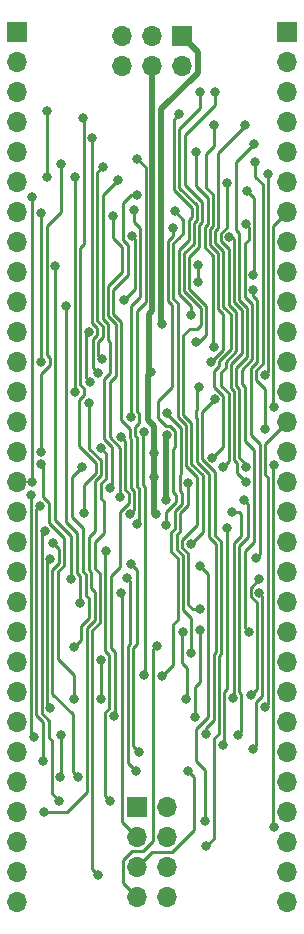
<source format=gbr>
%TF.GenerationSoftware,KiCad,Pcbnew,7.0.6-0*%
%TF.CreationDate,2023-07-25T21:46:34-07:00*%
%TF.ProjectId,84CP02,38344350-3032-42e6-9b69-6361645f7063,rev?*%
%TF.SameCoordinates,Original*%
%TF.FileFunction,Copper,L4,Bot*%
%TF.FilePolarity,Positive*%
%FSLAX46Y46*%
G04 Gerber Fmt 4.6, Leading zero omitted, Abs format (unit mm)*
G04 Created by KiCad (PCBNEW 7.0.6-0) date 2023-07-25 21:46:34*
%MOMM*%
%LPD*%
G01*
G04 APERTURE LIST*
%TA.AperFunction,ComponentPad*%
%ADD10R,1.700000X1.700000*%
%TD*%
%TA.AperFunction,ComponentPad*%
%ADD11O,1.700000X1.700000*%
%TD*%
%TA.AperFunction,ViaPad*%
%ADD12C,0.800000*%
%TD*%
%TA.AperFunction,Conductor*%
%ADD13C,0.500000*%
%TD*%
%TA.AperFunction,Conductor*%
%ADD14C,0.250000*%
%TD*%
G04 APERTURE END LIST*
D10*
%TO.P,J3,1,Pin_1*%
%TO.N,Net-(J3-Pin_1)*%
X145796000Y-122174000D03*
D11*
%TO.P,J3,2,Pin_2*%
%TO.N,GND*%
X148336000Y-122174000D03*
%TO.P,J3,3,Pin_3*%
%TO.N,Net-(J3-Pin_3)*%
X145796000Y-124714000D03*
%TO.P,J3,4,Pin_4*%
%TO.N,GND*%
X148336000Y-124714000D03*
%TO.P,J3,5,Pin_5*%
%TO.N,Net-(J3-Pin_5)*%
X145796000Y-127254000D03*
%TO.P,J3,6,Pin_6*%
%TO.N,GND*%
X148336000Y-127254000D03*
%TO.P,J3,7,Pin_7*%
%TO.N,Net-(J3-Pin_7)*%
X145796000Y-129794000D03*
%TO.P,J3,8,Pin_8*%
%TO.N,GND*%
X148336000Y-129794000D03*
%TD*%
D10*
%TO.P,J4,1,Pin_1*%
%TO.N,VCC*%
X149606000Y-56896000D03*
D11*
%TO.P,J4,2,Pin_2*%
%TO.N,GND*%
X149606000Y-59436000D03*
%TO.P,J4,3,Pin_3*%
%TO.N,VCC*%
X147066000Y-56896000D03*
%TO.P,J4,4,Pin_4*%
%TO.N,GND*%
X147066000Y-59436000D03*
%TO.P,J4,5,Pin_5*%
%TO.N,VCC*%
X144526000Y-56896000D03*
%TO.P,J4,6,Pin_6*%
%TO.N,GND*%
X144526000Y-59436000D03*
%TD*%
D10*
%TO.P,J1,1,Pin_1*%
%TO.N,VCC*%
X135636000Y-56515000D03*
D11*
%TO.P,J1,2,Pin_2*%
X135636000Y-59055000D03*
%TO.P,J1,3,Pin_3*%
%TO.N,/J1-3*%
X135636000Y-61595000D03*
%TO.P,J1,4,Pin_4*%
%TO.N,/J1-4*%
X135636000Y-64135000D03*
%TO.P,J1,5,Pin_5*%
%TO.N,/J1-5*%
X135636000Y-66675000D03*
%TO.P,J1,6,Pin_6*%
%TO.N,/J1-6*%
X135636000Y-69215000D03*
%TO.P,J1,7,Pin_7*%
%TO.N,/J1-7*%
X135636000Y-71755000D03*
%TO.P,J1,8,Pin_8*%
%TO.N,/J1-8*%
X135636000Y-74295000D03*
%TO.P,J1,9,Pin_9*%
%TO.N,/J1-9*%
X135636000Y-76835000D03*
%TO.P,J1,10,Pin_10*%
%TO.N,/J1-10*%
X135636000Y-79375000D03*
%TO.P,J1,11,Pin_11*%
%TO.N,/J1-11*%
X135636000Y-81915000D03*
%TO.P,J1,12,Pin_12*%
%TO.N,/J1-12*%
X135636000Y-84455000D03*
%TO.P,J1,13,Pin_13*%
%TO.N,/J1-13*%
X135636000Y-86995000D03*
%TO.P,J1,14,Pin_14*%
%TO.N,/J1-14*%
X135636000Y-89535000D03*
%TO.P,J1,15,Pin_15*%
%TO.N,/J1-15*%
X135636000Y-92075000D03*
%TO.P,J1,16,Pin_16*%
%TO.N,/J1-16*%
X135636000Y-94615000D03*
%TO.P,J1,17,Pin_17*%
%TO.N,/J1-17*%
X135636000Y-97155000D03*
%TO.P,J1,18,Pin_18*%
%TO.N,/J1-18*%
X135636000Y-99695000D03*
%TO.P,J1,19,Pin_19*%
%TO.N,/J1-19*%
X135636000Y-102235000D03*
%TO.P,J1,20,Pin_20*%
%TO.N,/J1-20*%
X135636000Y-104775000D03*
%TO.P,J1,21,Pin_21*%
%TO.N,/J1-21*%
X135636000Y-107315000D03*
%TO.P,J1,22,Pin_22*%
%TO.N,/J1-22*%
X135636000Y-109855000D03*
%TO.P,J1,23,Pin_23*%
%TO.N,/J1-23*%
X135636000Y-112395000D03*
%TO.P,J1,24,Pin_24*%
%TO.N,/J1-24*%
X135636000Y-114935000D03*
%TO.P,J1,25,Pin_25*%
%TO.N,/J1-25*%
X135636000Y-117475000D03*
%TO.P,J1,26,Pin_26*%
%TO.N,/J1-26*%
X135636000Y-120015000D03*
%TO.P,J1,27,Pin_27*%
%TO.N,/J1-27*%
X135636000Y-122555000D03*
%TO.P,J1,28,Pin_28*%
%TO.N,/J1-28*%
X135636000Y-125095000D03*
%TO.P,J1,29,Pin_29*%
%TO.N,GND*%
X135636000Y-127635000D03*
%TO.P,J1,30,Pin_30*%
X135636000Y-130175000D03*
%TD*%
D10*
%TO.P,J2,1,Pin_1*%
%TO.N,VCC*%
X158496000Y-56515000D03*
D11*
%TO.P,J2,2,Pin_2*%
X158496000Y-59055000D03*
%TO.P,J2,3,Pin_3*%
%TO.N,/J2-3*%
X158496000Y-61595000D03*
%TO.P,J2,4,Pin_4*%
%TO.N,/J2-4*%
X158496000Y-64135000D03*
%TO.P,J2,5,Pin_5*%
%TO.N,/J2-5*%
X158496000Y-66675000D03*
%TO.P,J2,6,Pin_6*%
%TO.N,/J2-6*%
X158496000Y-69215000D03*
%TO.P,J2,7,Pin_7*%
%TO.N,/J2-7*%
X158496000Y-71755000D03*
%TO.P,J2,8,Pin_8*%
%TO.N,/J2-8*%
X158496000Y-74295000D03*
%TO.P,J2,9,Pin_9*%
%TO.N,/J2-9*%
X158496000Y-76835000D03*
%TO.P,J2,10,Pin_10*%
%TO.N,/J2-10*%
X158496000Y-79375000D03*
%TO.P,J2,11,Pin_11*%
%TO.N,/J2-11*%
X158496000Y-81915000D03*
%TO.P,J2,12,Pin_12*%
%TO.N,/J2-12*%
X158496000Y-84455000D03*
%TO.P,J2,13,Pin_13*%
%TO.N,/J2-13*%
X158496000Y-86995000D03*
%TO.P,J2,14,Pin_14*%
%TO.N,/J2-14*%
X158496000Y-89535000D03*
%TO.P,J2,15,Pin_15*%
%TO.N,/J2-15*%
X158496000Y-92075000D03*
%TO.P,J2,16,Pin_16*%
%TO.N,/J2-16*%
X158496000Y-94615000D03*
%TO.P,J2,17,Pin_17*%
%TO.N,/J2-17*%
X158496000Y-97155000D03*
%TO.P,J2,18,Pin_18*%
%TO.N,/J2-18*%
X158496000Y-99695000D03*
%TO.P,J2,19,Pin_19*%
%TO.N,/J2-19*%
X158496000Y-102235000D03*
%TO.P,J2,20,Pin_20*%
%TO.N,/J2-20*%
X158496000Y-104775000D03*
%TO.P,J2,21,Pin_21*%
%TO.N,/J2-21*%
X158496000Y-107315000D03*
%TO.P,J2,22,Pin_22*%
%TO.N,/J2-22*%
X158496000Y-109855000D03*
%TO.P,J2,23,Pin_23*%
%TO.N,/J2-23*%
X158496000Y-112395000D03*
%TO.P,J2,24,Pin_24*%
%TO.N,/J2-24*%
X158496000Y-114935000D03*
%TO.P,J2,25,Pin_25*%
%TO.N,/J2-25*%
X158496000Y-117475000D03*
%TO.P,J2,26,Pin_26*%
%TO.N,/J2-26*%
X158496000Y-120015000D03*
%TO.P,J2,27,Pin_27*%
%TO.N,/J2-27*%
X158496000Y-122555000D03*
%TO.P,J2,28,Pin_28*%
%TO.N,/J2-28*%
X158496000Y-125095000D03*
%TO.P,J2,29,Pin_29*%
%TO.N,GND*%
X158496000Y-127635000D03*
%TO.P,J2,30,Pin_30*%
X158496000Y-130175000D03*
%TD*%
D12*
%TO.N,VCC*%
X148296500Y-90638457D03*
X148259000Y-96139000D03*
X147915100Y-81248699D03*
%TO.N,GND*%
X147200149Y-92202000D03*
X146939000Y-85344000D03*
X147409500Y-97371500D03*
X147200149Y-94219702D03*
%TO.N,/J1-3*%
X151130000Y-61595000D03*
X150303409Y-99869225D03*
%TO.N,/J1-4*%
X152400000Y-61595000D03*
X150749000Y-82804000D03*
%TO.N,/J1-5*%
X154992500Y-93345000D03*
X155702000Y-66040000D03*
%TO.N,/J1-6*%
X141969500Y-65532000D03*
X142500897Y-85425897D03*
%TO.N,/J1-7*%
X138117497Y-68834000D03*
X152014559Y-84504255D03*
X138176000Y-63208500D03*
X152273000Y-64389000D03*
%TO.N,/J1-8*%
X148973902Y-71717500D03*
X151092728Y-105410000D03*
%TO.N,/J1-9*%
X143764000Y-72136000D03*
X144336000Y-95885000D03*
%TO.N,/J1-10*%
X148259000Y-98298000D03*
X148844000Y-73152000D03*
%TO.N,/J1-11*%
X141694500Y-81915000D03*
X141776397Y-86150397D03*
%TO.N,/J1-12*%
X137668000Y-84455000D03*
X137630500Y-71827451D03*
X153035000Y-93345000D03*
X153416000Y-69342000D03*
%TO.N,/J1-15*%
X139319000Y-67691000D03*
X145750649Y-98173856D03*
X145796000Y-67272500D03*
X137630500Y-92075000D03*
%TO.N,/J1-16*%
X136906000Y-94615000D03*
X136906000Y-70485000D03*
X152250640Y-83194574D03*
X150749000Y-66727000D03*
%TO.N,/J1-17*%
X150674586Y-114554000D03*
X138436000Y-101150503D03*
X151092728Y-107150500D03*
X138435500Y-113740000D03*
%TO.N,/J1-18*%
X150927500Y-76237500D03*
X140208000Y-102870000D03*
X150927500Y-77686500D03*
X138842500Y-76327000D03*
%TO.N,/J1-19*%
X140970000Y-104902000D03*
X139795500Y-79756000D03*
%TO.N,/J1-20*%
X148347136Y-88773000D03*
X147885500Y-111050736D03*
%TO.N,/J1-21*%
X153797000Y-97155000D03*
X153892228Y-112927932D03*
%TO.N,/J1-22*%
X149643500Y-107315000D03*
X149897500Y-112972745D03*
%TO.N,/J1-23*%
X140462000Y-113015500D03*
X137630500Y-93074503D03*
%TO.N,/J1-24*%
X154305000Y-116078000D03*
X154813000Y-96139000D03*
%TO.N,/J1-25*%
X145288000Y-101600000D03*
X145923000Y-117475000D03*
%TO.N,/J1-26*%
X139263748Y-119578748D03*
X139319000Y-116025500D03*
X153416000Y-98552000D03*
X153055500Y-116877500D03*
%TO.N,/J1-27*%
X141694500Y-87965589D03*
X137922000Y-122555000D03*
%TO.N,/J1-28*%
X152362500Y-87630000D03*
X151638000Y-125476000D03*
%TO.N,/J2-3*%
X149352000Y-63500000D03*
X150368000Y-80518000D03*
%TO.N,/J2-4*%
X154940000Y-64389000D03*
X152152393Y-92576607D03*
%TO.N,/J2-5*%
X141245609Y-97290743D03*
X141224000Y-63843500D03*
%TO.N,/J2-6*%
X143463373Y-95178226D03*
X144145000Y-69088000D03*
%TO.N,/J2-7*%
X157353000Y-88265000D03*
%TO.N,/J2-8*%
X145235500Y-89142048D03*
X145542000Y-71628000D03*
%TO.N,/J2-11*%
X155613000Y-78359000D03*
X155829000Y-101092000D03*
%TO.N,/J2-12*%
X145766500Y-70358000D03*
X155613000Y-77089000D03*
X155067000Y-69977000D03*
X145187629Y-97308629D03*
%TO.N,/J2-13*%
X140520000Y-86995000D03*
X140520500Y-68834000D03*
X156840701Y-68584299D03*
X156596000Y-85598000D03*
%TO.N,/J2-14*%
X142694541Y-113015500D03*
X156595500Y-113652432D03*
X142695541Y-109728000D03*
%TO.N,/J2-15*%
X151548500Y-123317000D03*
X157353000Y-123825000D03*
X151130966Y-101727967D03*
X157353000Y-93218000D03*
%TO.N,/J2-16*%
X155791500Y-67534484D03*
X156574199Y-90164700D03*
X142875000Y-67945000D03*
X142785479Y-84218205D03*
%TO.N,/J2-17*%
X153566049Y-73912926D03*
X145316500Y-73854000D03*
X144653000Y-79248000D03*
X154993000Y-94622792D03*
%TO.N,/J2-18*%
X146393500Y-110998000D03*
X156120500Y-102870000D03*
X146335500Y-90404355D03*
X155422431Y-112649000D03*
%TO.N,/J2-19*%
X137082963Y-116205000D03*
X136779000Y-95758000D03*
X155575000Y-117221000D03*
X156120500Y-104013000D03*
%TO.N,/J2-21*%
X155220500Y-107315000D03*
X154981051Y-72771000D03*
%TO.N,/J2-22*%
X140466299Y-108580701D03*
X141097000Y-93349997D03*
%TO.N,/J2-23*%
X144412950Y-90791050D03*
X143795500Y-114464500D03*
%TO.N,/J2-24*%
X151638000Y-115977500D03*
X151034000Y-86610294D03*
%TO.N,/J2-25*%
X137541000Y-96651983D03*
X137807463Y-118237000D03*
%TO.N,/J2-26*%
X138684000Y-99822000D03*
X140795541Y-119634000D03*
%TO.N,/J2-27*%
X137985500Y-98798553D03*
X139192000Y-121666000D03*
%TO.N,/J2-28*%
X142494000Y-127889000D03*
X142688800Y-91753200D03*
%TO.N,Net-(J3-Pin_1)*%
X143510000Y-121666000D03*
X143148400Y-100457000D03*
%TO.N,Net-(J3-Pin_3)*%
X144399000Y-104013000D03*
%TO.N,Net-(J3-Pin_5)*%
X145669000Y-119126000D03*
X150114000Y-119126000D03*
X144907000Y-102743000D03*
%TO.N,Net-(J3-Pin_7)*%
X150114000Y-94742000D03*
X147472400Y-108483400D03*
X150368228Y-109093000D03*
%TD*%
D13*
%TO.N,VCC*%
X147828000Y-63052478D02*
X150906000Y-59974478D01*
X147828000Y-81161599D02*
X147828000Y-63052478D01*
X150906000Y-58196000D02*
X149606000Y-56896000D01*
D14*
X148259000Y-90675957D02*
X148296500Y-90638457D01*
D13*
X150906000Y-59974478D02*
X150906000Y-58196000D01*
X148259000Y-96139000D02*
X148259000Y-90675957D01*
X147915100Y-81248699D02*
X147828000Y-81161599D01*
%TO.N,GND*%
X146685000Y-89408000D02*
X146685000Y-85598000D01*
X147200149Y-94219702D02*
X147200149Y-92202000D01*
X146812000Y-80391000D02*
X147066000Y-80137000D01*
X147193000Y-97155000D02*
X147409500Y-97371500D01*
X147066000Y-80137000D02*
X147066000Y-59436000D01*
X147200149Y-92202000D02*
X147200149Y-89923149D01*
X147193000Y-94226851D02*
X147193000Y-97155000D01*
X146685000Y-85598000D02*
X146939000Y-85344000D01*
X147200149Y-94219702D02*
X147193000Y-94226851D01*
X146939000Y-85344000D02*
X146812000Y-85217000D01*
X146812000Y-85217000D02*
X146812000Y-80391000D01*
X147200149Y-89923149D02*
X146685000Y-89408000D01*
D14*
%TO.N,/J1-3*%
X150241000Y-81661000D02*
X149675000Y-82227000D01*
X149675000Y-88969568D02*
X150371500Y-89666068D01*
X151130000Y-61595000D02*
X151130000Y-62992000D01*
X150854000Y-72418397D02*
X150591049Y-72681348D01*
X150876000Y-81661000D02*
X150241000Y-81661000D01*
X149352000Y-64770000D02*
X149352000Y-69723000D01*
X150371500Y-89666068D02*
X150371500Y-93093104D01*
X150591049Y-74452951D02*
X149753000Y-75291000D01*
X150854000Y-71225000D02*
X150854000Y-72418397D01*
X151188000Y-81349000D02*
X150876000Y-81661000D01*
X151188000Y-79942396D02*
X151188000Y-81349000D01*
X150591049Y-72681348D02*
X150591049Y-74452951D01*
X149675000Y-82227000D02*
X149675000Y-88969568D01*
X149352000Y-69723000D02*
X150854000Y-71225000D01*
X149753000Y-78507396D02*
X151188000Y-79942396D01*
X149753000Y-75291000D02*
X149753000Y-78507396D01*
X150371500Y-93093104D02*
X151326000Y-94047604D01*
X151326000Y-94047604D02*
X151326000Y-98846634D01*
X151130000Y-62992000D02*
X149352000Y-64770000D01*
X151326000Y-98846634D02*
X150303409Y-99869225D01*
%TO.N,/J1-4*%
X151304000Y-72604793D02*
X151041049Y-72867744D01*
X151304000Y-70913000D02*
X151304000Y-72604793D01*
X151003000Y-82804000D02*
X150749000Y-82804000D01*
X150203000Y-78321000D02*
X151638000Y-79756000D01*
X151041049Y-74764951D02*
X150203000Y-75603000D01*
X149860000Y-69469000D02*
X151304000Y-70913000D01*
X152400000Y-62738000D02*
X149860000Y-65278000D01*
X152400000Y-61595000D02*
X152400000Y-62738000D01*
X149860000Y-65278000D02*
X149860000Y-69469000D01*
X151638000Y-79756000D02*
X151638000Y-82169000D01*
X151638000Y-82169000D02*
X151003000Y-82804000D01*
X150203000Y-75603000D02*
X150203000Y-78321000D01*
X151041049Y-72867744D02*
X151041049Y-74764951D01*
%TO.N,/J1-5*%
X154189000Y-86511344D02*
X154189000Y-84947812D01*
X154992500Y-93132799D02*
X154437500Y-92577799D01*
X154992500Y-93345000D02*
X154992500Y-93132799D01*
X154189000Y-84947812D02*
X155071000Y-84065812D01*
X154438500Y-73539500D02*
X154178000Y-73279000D01*
X154178000Y-73279000D02*
X154178000Y-67564000D01*
X154437500Y-92577799D02*
X154437500Y-86759844D01*
X154438500Y-79254500D02*
X154438500Y-73539500D01*
X154178000Y-67564000D02*
X155702000Y-66040000D01*
X155071000Y-84065812D02*
X155071000Y-79887000D01*
X154437500Y-86759844D02*
X154189000Y-86511344D01*
X155071000Y-79887000D02*
X154438500Y-79254500D01*
%TO.N,/J1-6*%
X142060479Y-82574326D02*
X142060479Y-84985479D01*
X142419500Y-81614695D02*
X142419500Y-82215305D01*
X142060479Y-84985479D02*
X142500897Y-85425897D01*
X141969500Y-65532000D02*
X141969500Y-81190000D01*
X141994805Y-81190000D02*
X142419500Y-81614695D01*
X141969500Y-81190000D02*
X141994805Y-81190000D01*
X142419500Y-82215305D02*
X142060479Y-82574326D01*
%TO.N,/J1-7*%
X152014559Y-84455253D02*
X152014559Y-84504255D01*
X153035000Y-83434812D02*
X152014559Y-84455253D01*
X152638500Y-80000084D02*
X153035000Y-80396584D01*
X153035000Y-80396584D02*
X153035000Y-83434812D01*
X152273000Y-66228305D02*
X151638000Y-66863305D01*
X151941049Y-73240536D02*
X151941049Y-74586023D01*
X151941049Y-74586023D02*
X152638500Y-75283474D01*
X151638000Y-69723000D02*
X152204000Y-70289000D01*
X152273000Y-64389000D02*
X152273000Y-66228305D01*
X138176000Y-63208500D02*
X138176000Y-68775497D01*
X152204000Y-72977585D02*
X151941049Y-73240536D01*
X152204000Y-70289000D02*
X152204000Y-72977585D01*
X138176000Y-68775497D02*
X138117497Y-68834000D01*
X151638000Y-66863305D02*
X151638000Y-69723000D01*
X152638500Y-75283474D02*
X152638500Y-80000084D01*
%TO.N,/J1-8*%
X150876000Y-98268834D02*
X150876000Y-94234000D01*
X149577514Y-100167930D02*
X149577514Y-99567320D01*
X148853000Y-74414396D02*
X149294000Y-73973396D01*
X150876000Y-94234000D02*
X149921500Y-93279500D01*
X148853000Y-79130000D02*
X148853000Y-74414396D01*
X151092728Y-105410000D02*
X150495000Y-105410000D01*
X150114000Y-105029000D02*
X150114000Y-100704416D01*
X149921500Y-93279500D02*
X149921500Y-89852464D01*
X149691049Y-73574951D02*
X149691049Y-72434647D01*
X149294000Y-73973396D02*
X149294000Y-73972000D01*
X149921500Y-89852464D02*
X149225000Y-89155964D01*
X150114000Y-100704416D02*
X149577514Y-100167930D01*
X149225000Y-79502000D02*
X148853000Y-79130000D01*
X150495000Y-105410000D02*
X150114000Y-105029000D01*
X149294000Y-73972000D02*
X149691049Y-73574951D01*
X149225000Y-89155964D02*
X149225000Y-79502000D01*
X149691049Y-72434647D02*
X148973902Y-71717500D01*
X149577514Y-99567320D02*
X150876000Y-98268834D01*
%TO.N,/J1-9*%
X143452000Y-86136495D02*
X143452000Y-90854699D01*
X144526000Y-74725201D02*
X144526000Y-76835000D01*
X143960479Y-81246486D02*
X143960479Y-85628016D01*
X143325000Y-80611007D02*
X143960479Y-81246486D01*
X143960479Y-85628016D02*
X143452000Y-86136495D01*
X144336000Y-91738699D02*
X144336000Y-95885000D01*
X143764000Y-72136000D02*
X143764000Y-73963201D01*
X143452000Y-90854699D02*
X144336000Y-91738699D01*
X143764000Y-73963201D02*
X144526000Y-74725201D01*
X143325000Y-78036000D02*
X143325000Y-80611007D01*
X144526000Y-76835000D02*
X143325000Y-78036000D01*
%TO.N,/J1-10*%
X149021500Y-91684346D02*
X148844000Y-91861846D01*
X148844000Y-73152000D02*
X148844000Y-73787000D01*
X147574000Y-89229828D02*
X148257629Y-89913457D01*
X148844000Y-95504000D02*
X149098000Y-95758000D01*
X149098000Y-96325305D02*
X148209000Y-97214305D01*
X148209000Y-97214305D02*
X148209000Y-98248000D01*
X148717000Y-79630396D02*
X148717000Y-86614000D01*
X149021500Y-90338152D02*
X149021500Y-91684346D01*
X147574000Y-87757000D02*
X147574000Y-89229828D01*
X149098000Y-95758000D02*
X149098000Y-96325305D01*
X148257629Y-89913457D02*
X148596805Y-89913457D01*
X148844000Y-91861846D02*
X148844000Y-95504000D01*
X148209000Y-98248000D02*
X148259000Y-98298000D01*
X148717000Y-86614000D02*
X147574000Y-87757000D01*
X148596805Y-89913457D02*
X149021500Y-90338152D01*
X148403000Y-74228000D02*
X148403000Y-79316396D01*
X148844000Y-73787000D02*
X148403000Y-74228000D01*
X148403000Y-79316396D02*
X148717000Y-79630396D01*
%TO.N,/J1-11*%
X141478000Y-85852000D02*
X141776397Y-86150397D01*
X141694500Y-81915000D02*
X141478000Y-82131500D01*
X141478000Y-82131500D02*
X141478000Y-85852000D01*
%TO.N,/J1-12*%
X153289000Y-84453604D02*
X153289000Y-84963000D01*
X154171000Y-80259792D02*
X154171000Y-83571604D01*
X153416000Y-73038377D02*
X152841049Y-73613328D01*
X153538500Y-79627292D02*
X154171000Y-80259792D01*
X152841049Y-74213231D02*
X153538500Y-74910682D01*
X153416000Y-69342000D02*
X153416000Y-73038377D01*
X137630500Y-71827451D02*
X137668000Y-71864951D01*
X153538500Y-74910682D02*
X153538500Y-79627292D01*
X154171000Y-83571604D02*
X153289000Y-84453604D01*
X152908000Y-85344000D02*
X152908000Y-86503136D01*
X153537500Y-92842500D02*
X153035000Y-93345000D01*
X153537500Y-87132636D02*
X153537500Y-92842500D01*
X152841049Y-73613328D02*
X152841049Y-74213231D01*
X152908000Y-86503136D02*
X153537500Y-87132636D01*
X137668000Y-71864951D02*
X137668000Y-84455000D01*
X153289000Y-84963000D02*
X152908000Y-85344000D01*
%TO.N,/J1-15*%
X145738000Y-90843308D02*
X145738000Y-94988903D01*
X137668000Y-92037500D02*
X137668000Y-85480305D01*
X138118000Y-83879695D02*
X138118000Y-72956000D01*
X145960500Y-88841743D02*
X145960500Y-89618799D01*
X139319000Y-71755000D02*
X139319000Y-67691000D01*
X145738000Y-80195000D02*
X145738000Y-88619243D01*
X146491000Y-79442000D02*
X145738000Y-80195000D01*
X145738000Y-94988903D02*
X145961000Y-95211903D01*
X145796000Y-67272500D02*
X146491000Y-67967500D01*
X145961000Y-95211903D02*
X145961000Y-97963505D01*
X137668000Y-85480305D02*
X138393000Y-84755305D01*
X137630500Y-92075000D02*
X137668000Y-92037500D01*
X145611000Y-90716308D02*
X145738000Y-90843308D01*
X138393000Y-84154695D02*
X138118000Y-83879695D01*
X146491000Y-67967500D02*
X146491000Y-79442000D01*
X145961000Y-97963505D02*
X145750649Y-98173856D01*
X145738000Y-88619243D02*
X145960500Y-88841743D01*
X138118000Y-72956000D02*
X139319000Y-71755000D01*
X145611000Y-89968299D02*
X145611000Y-90716308D01*
X138393000Y-84755305D02*
X138393000Y-84154695D01*
X145960500Y-89618799D02*
X145611000Y-89968299D01*
%TO.N,/J1-16*%
X136906000Y-90678000D02*
X136906000Y-70485000D01*
X151491049Y-73054140D02*
X151754000Y-72791189D01*
X150749000Y-69596000D02*
X150749000Y-66727000D01*
X151754000Y-72791189D02*
X151754000Y-70601000D01*
X151491049Y-74772419D02*
X151491049Y-73054140D01*
X152188500Y-83132434D02*
X152188500Y-75469870D01*
X151754000Y-70601000D02*
X150749000Y-69596000D01*
X152250640Y-83194574D02*
X152188500Y-83132434D01*
X136906000Y-94615000D02*
X136906000Y-90678000D01*
X152188500Y-75469870D02*
X151491049Y-74772419D01*
%TO.N,/J1-17*%
X138161000Y-101425503D02*
X138161000Y-113465500D01*
X151092728Y-111543272D02*
X150674586Y-111961414D01*
X138436000Y-101150503D02*
X138161000Y-101425503D01*
X138161000Y-113465500D02*
X138435500Y-113740000D01*
X151092728Y-107150500D02*
X151092728Y-111543272D01*
X150674586Y-111961414D02*
X150674586Y-114554000D01*
%TO.N,/J1-18*%
X150927500Y-77686500D02*
X150927500Y-76237500D01*
X140208000Y-99187000D02*
X140208000Y-102870000D01*
X138842500Y-76327000D02*
X138842500Y-97821500D01*
X138842500Y-97821500D02*
X140208000Y-99187000D01*
%TO.N,/J1-19*%
X140716000Y-102352695D02*
X140970000Y-102606695D01*
X140970000Y-102606695D02*
X140970000Y-104902000D01*
X139795500Y-79756000D02*
X139795500Y-98012500D01*
X139795500Y-98012500D02*
X140716000Y-98933000D01*
X140716000Y-98933000D02*
X140716000Y-102352695D01*
%TO.N,/J1-20*%
X149558500Y-95582104D02*
X149558500Y-96501201D01*
X149389000Y-94062500D02*
X149389000Y-95412604D01*
X149471500Y-93980000D02*
X149389000Y-94062500D01*
X149214000Y-101077208D02*
X149214000Y-106310000D01*
X148347136Y-88773000D02*
X148347136Y-88914496D01*
X148984000Y-97075701D02*
X148984000Y-98598305D01*
X149558500Y-96501201D02*
X148984000Y-97075701D01*
X148677514Y-98904791D02*
X148677514Y-100540722D01*
X148984000Y-98598305D02*
X148677514Y-98904791D01*
X148844000Y-106680000D02*
X148844000Y-110092236D01*
X148844000Y-110092236D02*
X147885500Y-111050736D01*
X149471500Y-90038860D02*
X149471500Y-93980000D01*
X148677514Y-100540722D02*
X149214000Y-101077208D01*
X149214000Y-106310000D02*
X148844000Y-106680000D01*
X148347136Y-88914496D02*
X149471500Y-90038860D01*
X149389000Y-95412604D02*
X149558500Y-95582104D01*
%TO.N,/J1-21*%
X153946000Y-99800000D02*
X153946000Y-112874160D01*
X153797000Y-97155000D02*
X154384135Y-97155000D01*
X154384135Y-97155000D02*
X154559000Y-97329865D01*
X154559000Y-97329865D02*
X154559000Y-99187000D01*
X153946000Y-112874160D02*
X153892228Y-112927932D01*
X154559000Y-99187000D02*
X153946000Y-99800000D01*
%TO.N,/J1-22*%
X149606000Y-109982000D02*
X149987000Y-110363000D01*
X149606000Y-107352500D02*
X149606000Y-109982000D01*
X149987000Y-112883245D02*
X149897500Y-112972745D01*
X149987000Y-110363000D02*
X149987000Y-112883245D01*
X149643500Y-107315000D02*
X149606000Y-107352500D01*
%TO.N,/J1-23*%
X138303000Y-96388678D02*
X137795000Y-95880678D01*
X139610500Y-99398248D02*
X138303000Y-98090748D01*
X137795000Y-93239003D02*
X137630500Y-93074503D01*
X139061000Y-102239000D02*
X139610500Y-101689500D01*
X140462000Y-113015500D02*
X140462000Y-110998000D01*
X139061000Y-109597000D02*
X139061000Y-102239000D01*
X137795000Y-95880678D02*
X137795000Y-93239003D01*
X139610500Y-101689500D02*
X139610500Y-99398248D01*
X138303000Y-98090748D02*
X138303000Y-96388678D01*
X140462000Y-110998000D02*
X139061000Y-109597000D01*
%TO.N,/J1-24*%
X155194000Y-99314000D02*
X155194000Y-96520000D01*
X154432000Y-100076000D02*
X155194000Y-99314000D01*
X154617228Y-115765772D02*
X154617228Y-112627627D01*
X155194000Y-96520000D02*
X154813000Y-96139000D01*
X154305000Y-116078000D02*
X154617228Y-115765772D01*
X154617228Y-112627627D02*
X154432000Y-112442399D01*
X154432000Y-112442399D02*
X154432000Y-100076000D01*
%TO.N,/J1-25*%
X145420500Y-116972500D02*
X145923000Y-117475000D01*
X145420500Y-108711916D02*
X145420500Y-116972500D01*
X145288000Y-101600000D02*
X145796000Y-102108000D01*
X145796000Y-102108000D02*
X145796000Y-108336416D01*
X145796000Y-108336416D02*
X145420500Y-108711916D01*
%TO.N,/J1-26*%
X153416000Y-112141000D02*
X153167228Y-112389772D01*
X139319000Y-116025500D02*
X139319000Y-119523496D01*
X139319000Y-119523496D02*
X139263748Y-119578748D01*
X153416000Y-98552000D02*
X153416000Y-112141000D01*
X153167228Y-112389772D02*
X153167228Y-116765772D01*
X153167228Y-116765772D02*
X153055500Y-116877500D01*
%TO.N,/J1-27*%
X141520041Y-120861959D02*
X141520041Y-107017563D01*
X141732000Y-88003089D02*
X141694500Y-87965589D01*
X141732000Y-99314000D02*
X142233647Y-98812353D01*
X141732000Y-102095903D02*
X141732000Y-99314000D01*
X141520041Y-107017563D02*
X142182000Y-106355604D01*
X141870000Y-102233903D02*
X141732000Y-102095903D01*
X139827000Y-122555000D02*
X141520041Y-120861959D01*
X142182000Y-103955000D02*
X141870000Y-103643000D01*
X142233647Y-94553161D02*
X142720652Y-94066156D01*
X142182000Y-106355604D02*
X142182000Y-103955000D01*
X141732000Y-91821000D02*
X141732000Y-88003089D01*
X142233647Y-98812353D02*
X142233647Y-94553161D01*
X142720652Y-92809652D02*
X141732000Y-91821000D01*
X142720652Y-94066156D02*
X142720652Y-92809652D01*
X141870000Y-103643000D02*
X141870000Y-102233903D01*
X137922000Y-122555000D02*
X139827000Y-122555000D01*
%TO.N,/J1-28*%
X152273000Y-116367805D02*
X152717228Y-115923577D01*
X152717228Y-115923577D02*
X152717228Y-109410772D01*
X152342000Y-93790812D02*
X151271500Y-92720312D01*
X152717228Y-109410772D02*
X152908000Y-109220000D01*
X151257000Y-88735500D02*
X152362500Y-87630000D01*
X152273000Y-124841000D02*
X152273000Y-116367805D01*
X151271500Y-89041500D02*
X151257000Y-89027000D01*
X151257000Y-89027000D02*
X151257000Y-88735500D01*
X152908000Y-109220000D02*
X152908000Y-99695000D01*
X152342000Y-99129000D02*
X152342000Y-93790812D01*
X152908000Y-99695000D02*
X152342000Y-99129000D01*
X151638000Y-125476000D02*
X152273000Y-124841000D01*
X151271500Y-92720312D02*
X151271500Y-89041500D01*
%TO.N,/J2-3*%
X148902000Y-69909396D02*
X150404000Y-71411396D01*
X149303000Y-74979000D02*
X149303000Y-78693792D01*
X150141049Y-74140951D02*
X149303000Y-74979000D01*
X149352000Y-63500000D02*
X148902000Y-63950000D01*
X150141049Y-72494952D02*
X150141049Y-74140951D01*
X148902000Y-63950000D02*
X148902000Y-69909396D01*
X150368000Y-79758792D02*
X150368000Y-80518000D01*
X149303000Y-78693792D02*
X150368000Y-79758792D01*
X150404000Y-71411396D02*
X150404000Y-72232001D01*
X150404000Y-72232001D02*
X150141049Y-72494952D01*
%TO.N,/J2-4*%
X152739559Y-84366649D02*
X152739559Y-84804560D01*
X154940000Y-64516000D02*
X152654000Y-66802000D01*
X152654000Y-66802000D02*
X152654000Y-73163981D01*
X153088500Y-79813688D02*
X153721000Y-80446188D01*
X153087500Y-87329695D02*
X153087500Y-91641500D01*
X153721000Y-83385208D02*
X152739559Y-84366649D01*
X152391049Y-73426932D02*
X152391049Y-74399627D01*
X152739559Y-84804560D02*
X152314864Y-85229255D01*
X152391049Y-74399627D02*
X153088500Y-75097078D01*
X153721000Y-80446188D02*
X153721000Y-83385208D01*
X153087500Y-91641500D02*
X152152393Y-92576607D01*
X154940000Y-64389000D02*
X154940000Y-64516000D01*
X152314864Y-85229255D02*
X152314864Y-86557059D01*
X153088500Y-75097078D02*
X153088500Y-79813688D01*
X152314864Y-86557059D02*
X153087500Y-87329695D01*
X152654000Y-73163981D02*
X152391049Y-73426932D01*
%TO.N,/J2-5*%
X141245000Y-86694695D02*
X141245000Y-87295305D01*
X140970000Y-86419695D02*
X141245000Y-86694695D01*
X141245609Y-94904803D02*
X141245609Y-97290743D01*
X142270652Y-93879760D02*
X141245609Y-94904803D01*
X141224000Y-63843500D02*
X141245000Y-63864500D01*
X140843000Y-87697305D02*
X140843000Y-91621540D01*
X140970000Y-74803000D02*
X140970000Y-86419695D01*
X140843000Y-91621540D02*
X142270652Y-93049192D01*
X142270652Y-93049192D02*
X142270652Y-93879760D01*
X141245000Y-74528000D02*
X140970000Y-74803000D01*
X141245000Y-63864500D02*
X141245000Y-74528000D01*
X141245000Y-87295305D02*
X140843000Y-87697305D01*
%TO.N,/J2-6*%
X142875000Y-80797403D02*
X143319500Y-81241903D01*
X142875000Y-70358000D02*
X142875000Y-80797403D01*
X143319500Y-81241903D02*
X143319500Y-82588097D01*
X143620652Y-95020947D02*
X143463373Y-95178226D01*
X143319500Y-82588097D02*
X143510479Y-82779076D01*
X143002000Y-85950099D02*
X143002000Y-91041095D01*
X144145000Y-69088000D02*
X142875000Y-70358000D01*
X143510479Y-85441620D02*
X143002000Y-85950099D01*
X143002000Y-91041095D02*
X143620652Y-91659747D01*
X143510479Y-82779076D02*
X143510479Y-85441620D01*
X143620652Y-91659747D02*
X143620652Y-95020947D01*
%TO.N,/J2-7*%
X157321000Y-72930000D02*
X158496000Y-71755000D01*
X157353000Y-88265000D02*
X157321000Y-88233000D01*
X157321000Y-88233000D02*
X157321000Y-72930000D01*
%TO.N,/J2-8*%
X145288000Y-89089548D02*
X145235500Y-89142048D01*
X145542000Y-71628000D02*
X145542000Y-72644000D01*
X145542000Y-72644000D02*
X146041000Y-73143000D01*
X146041000Y-73143000D02*
X146041000Y-79003000D01*
X146041000Y-79003000D02*
X145288000Y-79756000D01*
X145288000Y-79756000D02*
X145288000Y-89089548D01*
%TO.N,/J2-11*%
X155613000Y-78905000D02*
X155971000Y-79263000D01*
X155421500Y-84988104D02*
X155421500Y-90651500D01*
X155421500Y-90651500D02*
X156167500Y-91397500D01*
X156167500Y-100753500D02*
X155829000Y-101092000D01*
X155971000Y-79263000D02*
X155971000Y-84438604D01*
X156167500Y-91397500D02*
X156167500Y-100753500D01*
X155613000Y-78359000D02*
X155613000Y-78905000D01*
X155971000Y-84438604D02*
X155421500Y-84988104D01*
%TO.N,/J2-12*%
X145161000Y-90154695D02*
X145161000Y-90902704D01*
X145288000Y-70358000D02*
X144591500Y-71054500D01*
X144591500Y-71054500D02*
X144591500Y-74154305D01*
X144591500Y-74154305D02*
X145034000Y-74596805D01*
X145288000Y-95175299D02*
X145511000Y-95398299D01*
X145034000Y-74596805D02*
X145034000Y-77089000D01*
X145511000Y-95398299D02*
X145511000Y-96985258D01*
X155067000Y-69977000D02*
X155705551Y-70615551D01*
X145766500Y-70358000D02*
X145288000Y-70358000D01*
X155705551Y-70615551D02*
X155705551Y-76996449D01*
X144410479Y-81060090D02*
X144410479Y-89404174D01*
X144410479Y-89404174D02*
X145161000Y-90154695D01*
X145161000Y-90902704D02*
X145288000Y-91029704D01*
X145511000Y-96985258D02*
X145187629Y-97308629D01*
X143775000Y-78348000D02*
X143775000Y-80424611D01*
X155705551Y-76996449D02*
X155613000Y-77089000D01*
X145034000Y-77089000D02*
X143775000Y-78348000D01*
X143775000Y-80424611D02*
X144410479Y-81060090D01*
X145288000Y-91029704D02*
X145288000Y-95175299D01*
%TO.N,/J2-13*%
X140520500Y-68834000D02*
X140520000Y-68834500D01*
X156871000Y-68614598D02*
X156840701Y-68584299D01*
X156871000Y-85323000D02*
X156871000Y-68614598D01*
X156596000Y-85598000D02*
X156871000Y-85323000D01*
X140520000Y-68834500D02*
X140520000Y-86995000D01*
%TO.N,/J2-14*%
X142695541Y-109728000D02*
X142695541Y-113014500D01*
X156595500Y-113652432D02*
X156845000Y-113402932D01*
X156845000Y-94234000D02*
X156628000Y-94017000D01*
X156628000Y-91403000D02*
X158496000Y-89535000D01*
X156628000Y-94017000D02*
X156628000Y-91403000D01*
X156845000Y-113402932D02*
X156845000Y-94234000D01*
%TO.N,/J2-15*%
X157321000Y-123793000D02*
X157353000Y-123825000D01*
X151817228Y-114501772D02*
X150749000Y-115570000D01*
X157321000Y-93250000D02*
X157321000Y-123793000D01*
X151511000Y-123279500D02*
X151548500Y-123317000D01*
X150749000Y-115570000D02*
X150749000Y-118227695D01*
X151130966Y-101727967D02*
X151817228Y-102414229D01*
X151817228Y-102414229D02*
X151817228Y-114501772D01*
X157353000Y-93218000D02*
X157321000Y-93250000D01*
X151511000Y-118989695D02*
X151511000Y-123279500D01*
X150749000Y-118227695D02*
X151511000Y-118989695D01*
%TO.N,/J2-16*%
X142875000Y-67945000D02*
X142419500Y-68400500D01*
X142510479Y-82760722D02*
X142510479Y-83943205D01*
X142419500Y-80978299D02*
X142869500Y-81428299D01*
X156591000Y-86741000D02*
X155871500Y-86021500D01*
X156421000Y-84625000D02*
X156421000Y-69426000D01*
X142869500Y-82401701D02*
X142510479Y-82760722D01*
X156421000Y-69426000D02*
X155791500Y-68796500D01*
X142869500Y-81428299D02*
X142869500Y-82401701D01*
X142510479Y-83943205D02*
X142785479Y-84218205D01*
X156591000Y-90147899D02*
X156591000Y-86741000D01*
X155791500Y-68796500D02*
X155791500Y-67534484D01*
X156574199Y-90164700D02*
X156591000Y-90147899D01*
X142419500Y-68400500D02*
X142419500Y-80978299D01*
X155871500Y-85174500D02*
X156421000Y-84625000D01*
X155871500Y-86021500D02*
X155871500Y-85174500D01*
%TO.N,/J2-17*%
X153739000Y-86697740D02*
X153739000Y-84640000D01*
X154993000Y-94622792D02*
X154267750Y-93897542D01*
X153988500Y-74106896D02*
X153794530Y-73912926D01*
X145591000Y-78310000D02*
X145591000Y-74128500D01*
X153794530Y-73912926D02*
X153566049Y-73912926D01*
X153987500Y-92764195D02*
X153987500Y-86946240D01*
X154621000Y-83758000D02*
X154621000Y-80073396D01*
X145591000Y-74128500D02*
X145316500Y-73854000D01*
X154621000Y-80073396D02*
X153988500Y-79440896D01*
X154267750Y-93044445D02*
X153987500Y-92764195D01*
X154267750Y-93897542D02*
X154267750Y-93044445D01*
X153987500Y-86946240D02*
X153739000Y-86697740D01*
X144653000Y-79248000D02*
X145591000Y-78310000D01*
X153988500Y-79440896D02*
X153988500Y-74106896D01*
X153739000Y-84640000D02*
X154621000Y-83758000D01*
%TO.N,/J2-18*%
X146475649Y-98474161D02*
X146431000Y-98518810D01*
X155945000Y-104862805D02*
X155945000Y-112126431D01*
X155945000Y-112126431D02*
X155422431Y-112649000D01*
X146475649Y-95090156D02*
X146475649Y-98474161D01*
X155395500Y-104313305D02*
X155945000Y-104862805D01*
X156120500Y-102870000D02*
X155395500Y-103595000D01*
X146304000Y-94918507D02*
X146475649Y-95090156D01*
X146335500Y-90404355D02*
X146304000Y-90435855D01*
X155395500Y-103595000D02*
X155395500Y-104313305D01*
X146431000Y-110960500D02*
X146393500Y-110998000D01*
X146304000Y-90435855D02*
X146304000Y-94918507D01*
X146431000Y-98518810D02*
X146431000Y-110960500D01*
%TO.N,/J2-19*%
X136811000Y-95790000D02*
X136779000Y-95758000D01*
X155871000Y-116925000D02*
X155871000Y-113242000D01*
X156395000Y-104287500D02*
X156120500Y-104013000D01*
X136811000Y-115933037D02*
X136811000Y-95790000D01*
X155871000Y-113242000D02*
X156395000Y-112718000D01*
X137082963Y-116205000D02*
X136811000Y-115933037D01*
X155575000Y-117221000D02*
X155871000Y-116925000D01*
X156395000Y-112718000D02*
X156395000Y-104287500D01*
%TO.N,/J2-21*%
X155255551Y-73045500D02*
X155255551Y-74106449D01*
X155255551Y-74106449D02*
X154888500Y-74473500D01*
X154945500Y-100451500D02*
X154945500Y-107040000D01*
X155521000Y-79577102D02*
X155521000Y-84252208D01*
X154887500Y-86573448D02*
X154887500Y-91133500D01*
X154639000Y-85134208D02*
X154639000Y-86324948D01*
X154888500Y-78944602D02*
X155521000Y-79577102D01*
X155717500Y-91963500D02*
X155717500Y-99679500D01*
X155717500Y-99679500D02*
X154945500Y-100451500D01*
X155521000Y-84252208D02*
X154639000Y-85134208D01*
X154639000Y-86324948D02*
X154887500Y-86573448D01*
X154888500Y-74473500D02*
X154888500Y-78944602D01*
X154981051Y-72771000D02*
X155255551Y-73045500D01*
X154887500Y-91133500D02*
X155717500Y-91963500D01*
X154945500Y-107040000D02*
X155220500Y-107315000D01*
%TO.N,/J2-22*%
X141420000Y-104209000D02*
X141732000Y-104521000D01*
X141070041Y-106831167D02*
X141070041Y-107976959D01*
X141224000Y-98552000D02*
X141224000Y-102224299D01*
X141097000Y-93349997D02*
X140245500Y-94201497D01*
X141224000Y-102224299D02*
X141420000Y-102420299D01*
X140245500Y-97573500D02*
X141224000Y-98552000D01*
X141420000Y-102420299D02*
X141420000Y-104209000D01*
X141732000Y-104521000D02*
X141732000Y-106169208D01*
X140245500Y-94201497D02*
X140245500Y-97573500D01*
X141070041Y-107976959D02*
X140466299Y-108580701D01*
X141732000Y-106169208D02*
X141070041Y-106831167D01*
%TO.N,/J2-23*%
X144303184Y-97167318D02*
X144303184Y-101813511D01*
X143870541Y-114389459D02*
X143795500Y-114464500D01*
X144412950Y-90791050D02*
X144786000Y-91164100D01*
X145061000Y-96409502D02*
X144303184Y-97167318D01*
X144786000Y-91164100D02*
X144786000Y-95309695D01*
X143532000Y-102584695D02*
X143532000Y-108732604D01*
X143532000Y-108732604D02*
X143870541Y-109071145D01*
X144303184Y-101813511D02*
X143532000Y-102584695D01*
X143870541Y-109071145D02*
X143870541Y-114389459D01*
X145061000Y-95584695D02*
X145061000Y-96409502D01*
X144786000Y-95309695D02*
X145061000Y-95584695D01*
%TO.N,/J2-24*%
X150821500Y-89227896D02*
X150821500Y-92906708D01*
X152458000Y-99881396D02*
X152458000Y-109033604D01*
X152267228Y-109224376D02*
X152267228Y-114813772D01*
X150821500Y-88534604D02*
X150807000Y-88549104D01*
X151034000Y-86610294D02*
X150821500Y-86822794D01*
X152267228Y-114813772D02*
X151638000Y-115443000D01*
X150821500Y-92906708D02*
X151892000Y-93977208D01*
X151638000Y-115443000D02*
X151638000Y-115977500D01*
X150807000Y-89213396D02*
X150821500Y-89227896D01*
X151892000Y-93977208D02*
X151892000Y-99315396D01*
X152458000Y-109033604D02*
X152267228Y-109224376D01*
X150821500Y-86822794D02*
X150821500Y-88534604D01*
X151892000Y-99315396D02*
X152458000Y-99881396D01*
X150807000Y-88549104D02*
X150807000Y-89213396D01*
%TO.N,/J2-25*%
X137807463Y-114948859D02*
X137261000Y-114402396D01*
X137807463Y-118237000D02*
X137807463Y-114948859D01*
X137261000Y-114402396D02*
X137261000Y-96931983D01*
X137261000Y-96931983D02*
X137541000Y-96651983D01*
%TO.N,/J2-26*%
X140795541Y-119634000D02*
X140335000Y-119173459D01*
X139160500Y-100298500D02*
X138684000Y-99822000D01*
X140335000Y-114300000D02*
X138611000Y-112576000D01*
X139160500Y-101503104D02*
X139160500Y-100298500D01*
X140335000Y-119173459D02*
X140335000Y-114300000D01*
X138611000Y-112576000D02*
X138611000Y-102052604D01*
X138611000Y-102052604D02*
X139160500Y-101503104D01*
%TO.N,/J2-27*%
X138540000Y-119277192D02*
X138540000Y-116525305D01*
X138538748Y-121012748D02*
X138538748Y-119278443D01*
X139192000Y-121666000D02*
X138538748Y-121012748D01*
X137711000Y-114216000D02*
X137711000Y-99073053D01*
X138540000Y-116525305D02*
X138340500Y-116325805D01*
X137711000Y-99073053D02*
X137985500Y-98798553D01*
X138340500Y-116325805D02*
X138340500Y-114845500D01*
X138538748Y-119278443D02*
X138540000Y-119277192D01*
X138340500Y-114845500D02*
X137711000Y-114216000D01*
%TO.N,/J2-28*%
X143170652Y-94319348D02*
X142683647Y-94806353D01*
X142240000Y-101967507D02*
X142632000Y-102359507D01*
X142240000Y-99695000D02*
X142240000Y-101967507D01*
X143002000Y-98933000D02*
X142240000Y-99695000D01*
X143002000Y-96338755D02*
X143002000Y-98933000D01*
X141970041Y-107203959D02*
X141970041Y-127365041D01*
X141970041Y-127365041D02*
X142494000Y-127889000D01*
X142632000Y-106542000D02*
X141970041Y-107203959D01*
X142683647Y-96020402D02*
X143002000Y-96338755D01*
X142683647Y-94806353D02*
X142683647Y-96020402D01*
X142688800Y-91753200D02*
X143170652Y-92235052D01*
X143170652Y-92235052D02*
X143170652Y-94319348D01*
X142632000Y-102359507D02*
X142632000Y-106542000D01*
%TO.N,Net-(J3-Pin_1)*%
X143420541Y-109257541D02*
X143420541Y-113814154D01*
X143071000Y-114163695D02*
X143071000Y-121227000D01*
X143082000Y-100523400D02*
X143082000Y-108919000D01*
X143148400Y-100457000D02*
X143082000Y-100523400D01*
X143420541Y-113814154D02*
X143071000Y-114163695D01*
X143082000Y-108919000D02*
X143420541Y-109257541D01*
X143071000Y-121227000D02*
X143510000Y-121666000D01*
%TO.N,Net-(J3-Pin_3)*%
X144520500Y-123438500D02*
X145796000Y-124714000D01*
X144520500Y-104134500D02*
X144520500Y-123438500D01*
X144399000Y-104013000D02*
X144520500Y-104134500D01*
%TO.N,Net-(J3-Pin_5)*%
X147066000Y-125984000D02*
X145796000Y-127254000D01*
X144970500Y-108525520D02*
X144970500Y-118427500D01*
X150622000Y-124089701D02*
X148727701Y-125984000D01*
X144970500Y-118427500D02*
X145669000Y-119126000D01*
X150622000Y-119634000D02*
X150622000Y-124089701D01*
X145161000Y-108335020D02*
X144970500Y-108525520D01*
X150114000Y-119126000D02*
X150622000Y-119634000D01*
X148727701Y-125984000D02*
X147066000Y-125984000D01*
X144907000Y-102743000D02*
X145161000Y-102997000D01*
X145161000Y-102997000D02*
X145161000Y-108335020D01*
%TO.N,Net-(J3-Pin_7)*%
X147161000Y-108794800D02*
X147161000Y-125010701D01*
X145383000Y-125889000D02*
X144621000Y-126651000D01*
X144621000Y-128619000D02*
X145796000Y-129794000D01*
X150368228Y-109093000D02*
X150368000Y-109092772D01*
X149434000Y-98784701D02*
X149434000Y-97262097D01*
X149434000Y-97262097D02*
X150114000Y-96582097D01*
X144621000Y-126651000D02*
X144621000Y-128619000D01*
X147472400Y-108483400D02*
X147161000Y-108794800D01*
X147161000Y-125010701D02*
X146282701Y-125889000D01*
X146282701Y-125889000D02*
X145383000Y-125889000D01*
X149127514Y-100354326D02*
X149127514Y-99091187D01*
X150114000Y-96582097D02*
X150114000Y-94742000D01*
X150368000Y-106183000D02*
X149664000Y-105479000D01*
X149664000Y-105479000D02*
X149664000Y-100890812D01*
X149127514Y-99091187D02*
X149434000Y-98784701D01*
X149664000Y-100890812D02*
X149127514Y-100354326D01*
X150368000Y-109092772D02*
X150368000Y-106183000D01*
%TD*%
M02*

</source>
